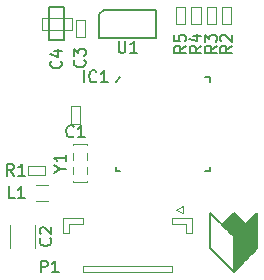
<source format=gto>
G04 #@! TF.FileFunction,Legend,Top*
%FSLAX46Y46*%
G04 Gerber Fmt 4.6, Leading zero omitted, Abs format (unit mm)*
G04 Created by KiCad (PCBNEW 4.0.7) date 07/27/18 12:45:35*
%MOMM*%
%LPD*%
G01*
G04 APERTURE LIST*
%ADD10C,0.100000*%
%ADD11C,0.150000*%
%ADD12C,0.120000*%
%ADD13C,0.066040*%
%ADD14C,0.127000*%
G04 APERTURE END LIST*
D10*
X145600000Y-91650000D02*
X145600000Y-90150000D01*
X146400000Y-91650000D02*
X145600000Y-91650000D01*
X146400000Y-90150000D02*
X146400000Y-91650000D01*
X145600000Y-90150000D02*
X146400000Y-90150000D01*
D11*
X149000000Y-95400000D02*
X149400000Y-95000000D01*
X156600000Y-95000000D02*
X157000000Y-95000000D01*
X157000000Y-95000000D02*
X157000000Y-95400000D01*
X149400000Y-103000000D02*
X149000000Y-103000000D01*
X149000000Y-103000000D02*
X149000000Y-102600000D01*
X156600000Y-103000000D02*
X157000000Y-103000000D01*
X157000000Y-103000000D02*
X157000000Y-102600000D01*
D12*
X142125000Y-109500000D02*
X142125000Y-107500000D01*
X140075000Y-107500000D02*
X140075000Y-109500000D01*
X153750000Y-111525000D02*
X146250000Y-111525000D01*
X146250000Y-111525000D02*
X146250000Y-111025000D01*
X146250000Y-111025000D02*
X153750000Y-111025000D01*
X153750000Y-111025000D02*
X153750000Y-111525000D01*
X155450000Y-108175000D02*
X155450000Y-106975000D01*
X155450000Y-106975000D02*
X153800000Y-106975000D01*
X153800000Y-106975000D02*
X153800000Y-107475000D01*
X153800000Y-107475000D02*
X154950000Y-107475000D01*
X154950000Y-107475000D02*
X154950000Y-108175000D01*
X154950000Y-108175000D02*
X155450000Y-108175000D01*
X144550000Y-108175000D02*
X144550000Y-106975000D01*
X144550000Y-106975000D02*
X146200000Y-106975000D01*
X146200000Y-106975000D02*
X146200000Y-107475000D01*
X146200000Y-107475000D02*
X145050000Y-107475000D01*
X145050000Y-107475000D02*
X145050000Y-108175000D01*
X145050000Y-108175000D02*
X144550000Y-108175000D01*
X154125000Y-106225000D02*
X154725000Y-105925000D01*
X154725000Y-105925000D02*
X154725000Y-106525000D01*
X154725000Y-106525000D02*
X154125000Y-106225000D01*
D11*
X159900000Y-107400000D02*
X158900000Y-108400000D01*
X158800000Y-108300000D02*
X159800000Y-107300000D01*
X159700000Y-107200000D02*
X158700000Y-108200000D01*
X158600000Y-108100000D02*
X159600000Y-107100000D01*
X159500000Y-107000000D02*
X158500000Y-108000000D01*
X158400000Y-107900000D02*
X159400000Y-106900000D01*
X159300000Y-106800000D02*
X158300000Y-107800000D01*
X158200000Y-107700000D02*
X159200000Y-106700000D01*
X159100000Y-106600000D02*
X158100000Y-107600000D01*
X160900000Y-106600000D02*
X160900000Y-109600000D01*
X160800000Y-109700000D02*
X160800000Y-106700000D01*
X160700000Y-106800000D02*
X160700000Y-109800000D01*
X160600000Y-109900000D02*
X160600000Y-106900000D01*
X160500000Y-107000000D02*
X160500000Y-110000000D01*
X160400000Y-110100000D02*
X160400000Y-107100000D01*
X160300000Y-107200000D02*
X160300000Y-110200000D01*
X160200000Y-110300000D02*
X160200000Y-107300000D01*
X160100000Y-107400000D02*
X160100000Y-110400000D01*
X160000000Y-110500000D02*
X160000000Y-107500000D01*
X159900000Y-107600000D02*
X159900000Y-110500000D01*
X159800000Y-110700000D02*
X159800000Y-107700000D01*
X159700000Y-107800000D02*
X159700000Y-110800000D01*
X159600000Y-110900000D02*
X159600000Y-107900000D01*
X159500000Y-108000000D02*
X159500000Y-111000000D01*
X159400000Y-111100000D02*
X159400000Y-108100000D01*
X159300000Y-108200000D02*
X159300000Y-111200000D01*
X159200000Y-111300000D02*
X159200000Y-108300000D01*
X159100000Y-108400000D02*
X159100000Y-111400000D01*
X157000000Y-106500000D02*
X159000000Y-108500000D01*
X159000000Y-108500000D02*
X159000000Y-111500000D01*
X159000000Y-111500000D02*
X157000000Y-109500000D01*
X157000000Y-109500000D02*
X157000000Y-106500000D01*
X161000000Y-106500000D02*
X159000000Y-108500000D01*
X159000000Y-108500000D02*
X159000000Y-111500000D01*
X159000000Y-111500000D02*
X161000000Y-109500000D01*
X161000000Y-109500000D02*
X161000000Y-106500000D01*
X159000000Y-106500000D02*
X158000000Y-107500000D01*
X158000000Y-107500000D02*
X159000000Y-108500000D01*
X159000000Y-108500000D02*
X160000000Y-107500000D01*
X160000000Y-107500000D02*
X159000000Y-106500000D01*
D12*
X143250000Y-105480000D02*
X142250000Y-105480000D01*
X142250000Y-104120000D02*
X143250000Y-104120000D01*
D13*
X142730000Y-91008000D02*
X145270000Y-91008000D01*
X145270000Y-91008000D02*
X145270000Y-89992000D01*
X142730000Y-89992000D02*
X145270000Y-89992000D01*
X142730000Y-91008000D02*
X142730000Y-89992000D01*
D14*
X144635000Y-89103000D02*
X144635000Y-91897000D01*
X144635000Y-91897000D02*
X143365000Y-91897000D01*
X143365000Y-91897000D02*
X143365000Y-89103000D01*
X143365000Y-89103000D02*
X144635000Y-89103000D01*
D11*
X148000000Y-89300000D02*
X147600000Y-89700000D01*
X152400000Y-89300000D02*
X152400000Y-91700000D01*
X148000000Y-89300000D02*
X152400000Y-89300000D01*
X147600000Y-91700000D02*
X147600000Y-89700000D01*
X152400000Y-91700000D02*
X147600000Y-91700000D01*
D10*
X143050000Y-103300000D02*
X141550000Y-103300000D01*
X143050000Y-102500000D02*
X143050000Y-103300000D01*
X141550000Y-102500000D02*
X143050000Y-102500000D01*
X141550000Y-103300000D02*
X141550000Y-102500000D01*
X154100000Y-90550000D02*
X154100000Y-89050000D01*
X154900000Y-90550000D02*
X154100000Y-90550000D01*
X154900000Y-89050000D02*
X154900000Y-90550000D01*
X154100000Y-89050000D02*
X154900000Y-89050000D01*
X155400000Y-90550000D02*
X155400000Y-89050000D01*
X156200000Y-90550000D02*
X155400000Y-90550000D01*
X156200000Y-89050000D02*
X156200000Y-90550000D01*
X155400000Y-89050000D02*
X156200000Y-89050000D01*
X156700000Y-90550000D02*
X156700000Y-89050000D01*
X157500000Y-90550000D02*
X156700000Y-90550000D01*
X157500000Y-89050000D02*
X157500000Y-90550000D01*
X156700000Y-89050000D02*
X157500000Y-89050000D01*
X158000000Y-90550000D02*
X158000000Y-89050000D01*
X158800000Y-90550000D02*
X158000000Y-90550000D01*
X158800000Y-89050000D02*
X158800000Y-90550000D01*
X158000000Y-89050000D02*
X158800000Y-89050000D01*
X146600000Y-103900000D02*
X146600000Y-103800000D01*
X145400000Y-103900000D02*
X146600000Y-103900000D01*
X145400000Y-103800000D02*
X145400000Y-103900000D01*
X145400000Y-102600000D02*
X145400000Y-103200000D01*
X146600000Y-102600000D02*
X146600000Y-103200000D01*
X146600000Y-101400000D02*
X146600000Y-102000000D01*
X145400000Y-101400000D02*
X145400000Y-102000000D01*
X145400000Y-100700000D02*
X145400000Y-100800000D01*
X146600000Y-100700000D02*
X146600000Y-100800000D01*
X145400000Y-100700000D02*
X146600000Y-100700000D01*
X146000000Y-97450000D02*
X146000000Y-98950000D01*
X145200000Y-97450000D02*
X146000000Y-97450000D01*
X145200000Y-98950000D02*
X145200000Y-97450000D01*
X146000000Y-98950000D02*
X145200000Y-98950000D01*
D11*
X146357143Y-93566666D02*
X146404762Y-93614285D01*
X146452381Y-93757142D01*
X146452381Y-93852380D01*
X146404762Y-93995238D01*
X146309524Y-94090476D01*
X146214286Y-94138095D01*
X146023810Y-94185714D01*
X145880952Y-94185714D01*
X145690476Y-94138095D01*
X145595238Y-94090476D01*
X145500000Y-93995238D01*
X145452381Y-93852380D01*
X145452381Y-93757142D01*
X145500000Y-93614285D01*
X145547619Y-93566666D01*
X145452381Y-93233333D02*
X145452381Y-92614285D01*
X145833333Y-92947619D01*
X145833333Y-92804761D01*
X145880952Y-92709523D01*
X145928571Y-92661904D01*
X146023810Y-92614285D01*
X146261905Y-92614285D01*
X146357143Y-92661904D01*
X146404762Y-92709523D01*
X146452381Y-92804761D01*
X146452381Y-93090476D01*
X146404762Y-93185714D01*
X146357143Y-93233333D01*
X146323810Y-95452381D02*
X146323810Y-94452381D01*
X147371429Y-95357143D02*
X147323810Y-95404762D01*
X147180953Y-95452381D01*
X147085715Y-95452381D01*
X146942857Y-95404762D01*
X146847619Y-95309524D01*
X146800000Y-95214286D01*
X146752381Y-95023810D01*
X146752381Y-94880952D01*
X146800000Y-94690476D01*
X146847619Y-94595238D01*
X146942857Y-94500000D01*
X147085715Y-94452381D01*
X147180953Y-94452381D01*
X147323810Y-94500000D01*
X147371429Y-94547619D01*
X148323810Y-95452381D02*
X147752381Y-95452381D01*
X148038095Y-95452381D02*
X148038095Y-94452381D01*
X147942857Y-94595238D01*
X147847619Y-94690476D01*
X147752381Y-94738095D01*
X143457143Y-108666666D02*
X143504762Y-108714285D01*
X143552381Y-108857142D01*
X143552381Y-108952380D01*
X143504762Y-109095238D01*
X143409524Y-109190476D01*
X143314286Y-109238095D01*
X143123810Y-109285714D01*
X142980952Y-109285714D01*
X142790476Y-109238095D01*
X142695238Y-109190476D01*
X142600000Y-109095238D01*
X142552381Y-108952380D01*
X142552381Y-108857142D01*
X142600000Y-108714285D01*
X142647619Y-108666666D01*
X142647619Y-108285714D02*
X142600000Y-108238095D01*
X142552381Y-108142857D01*
X142552381Y-107904761D01*
X142600000Y-107809523D01*
X142647619Y-107761904D01*
X142742857Y-107714285D01*
X142838095Y-107714285D01*
X142980952Y-107761904D01*
X143552381Y-108333333D01*
X143552381Y-107714285D01*
X142661905Y-111552381D02*
X142661905Y-110552381D01*
X143042858Y-110552381D01*
X143138096Y-110600000D01*
X143185715Y-110647619D01*
X143233334Y-110742857D01*
X143233334Y-110885714D01*
X143185715Y-110980952D01*
X143138096Y-111028571D01*
X143042858Y-111076190D01*
X142661905Y-111076190D01*
X144185715Y-111552381D02*
X143614286Y-111552381D01*
X143900000Y-111552381D02*
X143900000Y-110552381D01*
X143804762Y-110695238D01*
X143709524Y-110790476D01*
X143614286Y-110838095D01*
X140433334Y-105252381D02*
X139957143Y-105252381D01*
X139957143Y-104252381D01*
X141290477Y-105252381D02*
X140719048Y-105252381D01*
X141004762Y-105252381D02*
X141004762Y-104252381D01*
X140909524Y-104395238D01*
X140814286Y-104490476D01*
X140719048Y-104538095D01*
X144357143Y-93666666D02*
X144404762Y-93714285D01*
X144452381Y-93857142D01*
X144452381Y-93952380D01*
X144404762Y-94095238D01*
X144309524Y-94190476D01*
X144214286Y-94238095D01*
X144023810Y-94285714D01*
X143880952Y-94285714D01*
X143690476Y-94238095D01*
X143595238Y-94190476D01*
X143500000Y-94095238D01*
X143452381Y-93952380D01*
X143452381Y-93857142D01*
X143500000Y-93714285D01*
X143547619Y-93666666D01*
X143785714Y-92809523D02*
X144452381Y-92809523D01*
X143404762Y-93047619D02*
X144119048Y-93285714D01*
X144119048Y-92666666D01*
X149238095Y-91952381D02*
X149238095Y-92761905D01*
X149285714Y-92857143D01*
X149333333Y-92904762D01*
X149428571Y-92952381D01*
X149619048Y-92952381D01*
X149714286Y-92904762D01*
X149761905Y-92857143D01*
X149809524Y-92761905D01*
X149809524Y-91952381D01*
X150809524Y-92952381D02*
X150238095Y-92952381D01*
X150523809Y-92952381D02*
X150523809Y-91952381D01*
X150428571Y-92095238D01*
X150333333Y-92190476D01*
X150238095Y-92238095D01*
X140383334Y-103352381D02*
X140050000Y-102876190D01*
X139811905Y-103352381D02*
X139811905Y-102352381D01*
X140192858Y-102352381D01*
X140288096Y-102400000D01*
X140335715Y-102447619D01*
X140383334Y-102542857D01*
X140383334Y-102685714D01*
X140335715Y-102780952D01*
X140288096Y-102828571D01*
X140192858Y-102876190D01*
X139811905Y-102876190D01*
X141335715Y-103352381D02*
X140764286Y-103352381D01*
X141050000Y-103352381D02*
X141050000Y-102352381D01*
X140954762Y-102495238D01*
X140859524Y-102590476D01*
X140764286Y-102638095D01*
X154952381Y-92366666D02*
X154476190Y-92700000D01*
X154952381Y-92938095D02*
X153952381Y-92938095D01*
X153952381Y-92557142D01*
X154000000Y-92461904D01*
X154047619Y-92414285D01*
X154142857Y-92366666D01*
X154285714Y-92366666D01*
X154380952Y-92414285D01*
X154428571Y-92461904D01*
X154476190Y-92557142D01*
X154476190Y-92938095D01*
X153952381Y-91461904D02*
X153952381Y-91938095D01*
X154428571Y-91985714D01*
X154380952Y-91938095D01*
X154333333Y-91842857D01*
X154333333Y-91604761D01*
X154380952Y-91509523D01*
X154428571Y-91461904D01*
X154523810Y-91414285D01*
X154761905Y-91414285D01*
X154857143Y-91461904D01*
X154904762Y-91509523D01*
X154952381Y-91604761D01*
X154952381Y-91842857D01*
X154904762Y-91938095D01*
X154857143Y-91985714D01*
X156252381Y-92366666D02*
X155776190Y-92700000D01*
X156252381Y-92938095D02*
X155252381Y-92938095D01*
X155252381Y-92557142D01*
X155300000Y-92461904D01*
X155347619Y-92414285D01*
X155442857Y-92366666D01*
X155585714Y-92366666D01*
X155680952Y-92414285D01*
X155728571Y-92461904D01*
X155776190Y-92557142D01*
X155776190Y-92938095D01*
X155585714Y-91509523D02*
X156252381Y-91509523D01*
X155204762Y-91747619D02*
X155919048Y-91985714D01*
X155919048Y-91366666D01*
X157552381Y-92366666D02*
X157076190Y-92700000D01*
X157552381Y-92938095D02*
X156552381Y-92938095D01*
X156552381Y-92557142D01*
X156600000Y-92461904D01*
X156647619Y-92414285D01*
X156742857Y-92366666D01*
X156885714Y-92366666D01*
X156980952Y-92414285D01*
X157028571Y-92461904D01*
X157076190Y-92557142D01*
X157076190Y-92938095D01*
X156552381Y-92033333D02*
X156552381Y-91414285D01*
X156933333Y-91747619D01*
X156933333Y-91604761D01*
X156980952Y-91509523D01*
X157028571Y-91461904D01*
X157123810Y-91414285D01*
X157361905Y-91414285D01*
X157457143Y-91461904D01*
X157504762Y-91509523D01*
X157552381Y-91604761D01*
X157552381Y-91890476D01*
X157504762Y-91985714D01*
X157457143Y-92033333D01*
X158852381Y-92366666D02*
X158376190Y-92700000D01*
X158852381Y-92938095D02*
X157852381Y-92938095D01*
X157852381Y-92557142D01*
X157900000Y-92461904D01*
X157947619Y-92414285D01*
X158042857Y-92366666D01*
X158185714Y-92366666D01*
X158280952Y-92414285D01*
X158328571Y-92461904D01*
X158376190Y-92557142D01*
X158376190Y-92938095D01*
X157947619Y-91985714D02*
X157900000Y-91938095D01*
X157852381Y-91842857D01*
X157852381Y-91604761D01*
X157900000Y-91509523D01*
X157947619Y-91461904D01*
X158042857Y-91414285D01*
X158138095Y-91414285D01*
X158280952Y-91461904D01*
X158852381Y-92033333D01*
X158852381Y-91414285D01*
X144276190Y-102776191D02*
X144752381Y-102776191D01*
X143752381Y-103109524D02*
X144276190Y-102776191D01*
X143752381Y-102442857D01*
X144752381Y-101585714D02*
X144752381Y-102157143D01*
X144752381Y-101871429D02*
X143752381Y-101871429D01*
X143895238Y-101966667D01*
X143990476Y-102061905D01*
X144038095Y-102157143D01*
X145433334Y-100007143D02*
X145385715Y-100054762D01*
X145242858Y-100102381D01*
X145147620Y-100102381D01*
X145004762Y-100054762D01*
X144909524Y-99959524D01*
X144861905Y-99864286D01*
X144814286Y-99673810D01*
X144814286Y-99530952D01*
X144861905Y-99340476D01*
X144909524Y-99245238D01*
X145004762Y-99150000D01*
X145147620Y-99102381D01*
X145242858Y-99102381D01*
X145385715Y-99150000D01*
X145433334Y-99197619D01*
X146385715Y-100102381D02*
X145814286Y-100102381D01*
X146100000Y-100102381D02*
X146100000Y-99102381D01*
X146004762Y-99245238D01*
X145909524Y-99340476D01*
X145814286Y-99388095D01*
M02*

</source>
